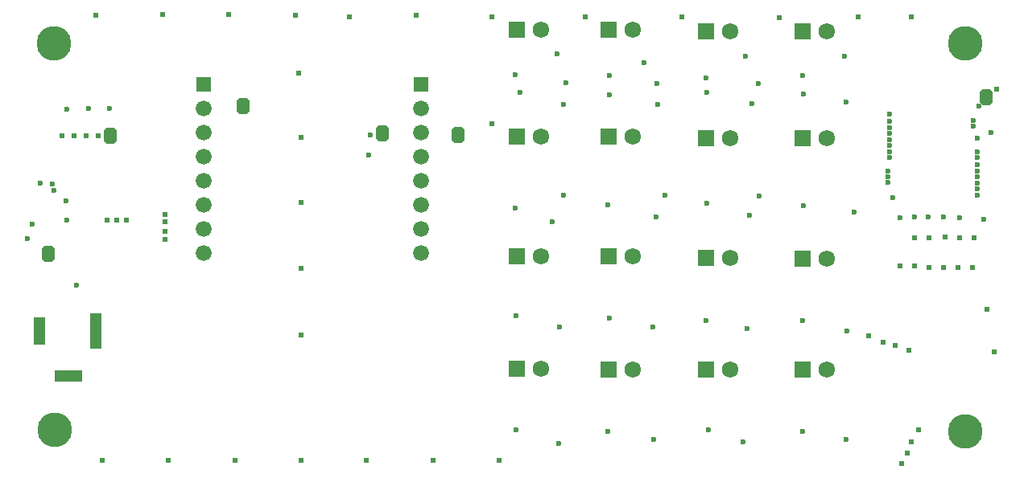
<source format=gbs>
G04*
G04 #@! TF.GenerationSoftware,Altium Limited,Altium Designer,21.5.1 (32)*
G04*
G04 Layer_Color=16711935*
%FSLAX25Y25*%
%MOIN*%
G70*
G04*
G04 #@! TF.SameCoordinates,804D03E9-ECC6-49F7-9CEA-4D12CAEBA4D3*
G04*
G04*
G04 #@! TF.FilePolarity,Negative*
G04*
G01*
G75*
%ADD61R,0.06400X0.06400*%
%ADD62C,0.06591*%
%ADD63C,0.06791*%
%ADD64R,0.06791X0.06791*%
%ADD65R,0.04528X0.15158*%
%ADD66R,0.04528X0.11221*%
%ADD67R,0.11221X0.04528*%
%ADD68C,0.14370*%
%ADD69C,0.02391*%
%ADD70C,0.02362*%
G04:AMPARAMS|DCode=86|XSize=55.91mil|YSize=65.91mil|CornerRadius=0mil|HoleSize=0mil|Usage=FLASHONLY|Rotation=180.000|XOffset=0mil|YOffset=0mil|HoleType=Round|Shape=Octagon|*
%AMOCTAGOND86*
4,1,8,0.01398,-0.03295,-0.01398,-0.03295,-0.02795,-0.01898,-0.02795,0.01898,-0.01398,0.03295,0.01398,0.03295,0.02795,0.01898,0.02795,-0.01898,0.01398,-0.03295,0.0*
%
%ADD86OCTAGOND86*%

D61*
X167500Y160500D02*
D03*
X77500D02*
D03*
D62*
X167500Y150500D02*
D03*
Y140500D02*
D03*
Y130500D02*
D03*
Y120500D02*
D03*
Y110500D02*
D03*
Y100500D02*
D03*
Y90500D02*
D03*
X77500Y150500D02*
D03*
Y140500D02*
D03*
Y130500D02*
D03*
Y120500D02*
D03*
Y110500D02*
D03*
Y100500D02*
D03*
Y90500D02*
D03*
D63*
X335677Y42000D02*
D03*
X217177Y183000D02*
D03*
X255177D02*
D03*
X295677Y182500D02*
D03*
X335677D02*
D03*
X217177Y138706D02*
D03*
X255177D02*
D03*
X295677Y138206D02*
D03*
X335677D02*
D03*
X217177Y89205D02*
D03*
X255177D02*
D03*
X295677Y88500D02*
D03*
X335677Y88000D02*
D03*
X217177Y42500D02*
D03*
X255177Y42000D02*
D03*
X295677D02*
D03*
D64*
X325677D02*
D03*
X207177Y183000D02*
D03*
X245177D02*
D03*
X285677Y182500D02*
D03*
X325677D02*
D03*
X207177Y138706D02*
D03*
X245177D02*
D03*
X285677Y138206D02*
D03*
X325677D02*
D03*
X207177Y89205D02*
D03*
X245177D02*
D03*
X285677Y88500D02*
D03*
X325677Y88000D02*
D03*
X207177Y42500D02*
D03*
X245177Y42000D02*
D03*
X285677D02*
D03*
D65*
X32728Y58000D02*
D03*
D66*
X9500D02*
D03*
D67*
X21705Y39496D02*
D03*
D68*
X393000Y16500D02*
D03*
X16000Y17000D02*
D03*
X15500Y177500D02*
D03*
X393000D02*
D03*
D69*
X117000Y165000D02*
D03*
X118000Y56500D02*
D03*
Y84000D02*
D03*
Y111500D02*
D03*
Y138500D02*
D03*
X405000Y49500D02*
D03*
X402000Y67000D02*
D03*
X406000Y158500D02*
D03*
X370500Y188500D02*
D03*
X348500D02*
D03*
X138000D02*
D03*
X165500Y189000D02*
D03*
X33000D02*
D03*
X60500Y189500D02*
D03*
X88000D02*
D03*
X115500Y189000D02*
D03*
X145000Y4500D02*
D03*
X172500D02*
D03*
X200000D02*
D03*
X118000D02*
D03*
X90500D02*
D03*
X63000D02*
D03*
X35500D02*
D03*
X13272Y90000D02*
D03*
X396000Y84500D02*
D03*
X390000D02*
D03*
X384000D02*
D03*
X378000D02*
D03*
X372000Y85000D02*
D03*
X366000D02*
D03*
X41500Y104000D02*
D03*
X37500D02*
D03*
X45500D02*
D03*
X373528Y17000D02*
D03*
X316000Y188000D02*
D03*
X275500Y188500D02*
D03*
X235500D02*
D03*
X197000D02*
D03*
Y144000D02*
D03*
X61500Y96000D02*
D03*
Y99500D02*
D03*
Y103500D02*
D03*
Y106500D02*
D03*
X39000Y139000D02*
D03*
X34000D02*
D03*
X29000D02*
D03*
X24000D02*
D03*
X19000D02*
D03*
X366500Y3000D02*
D03*
X369000Y7500D02*
D03*
X370500Y12000D02*
D03*
X369500Y50000D02*
D03*
X364000Y52000D02*
D03*
X359000Y53500D02*
D03*
X353000Y56000D02*
D03*
X390531Y96874D02*
D03*
X372031Y96772D02*
D03*
X378031Y96722D02*
D03*
X384531Y96923D02*
D03*
X396531Y96825D02*
D03*
D70*
X225000Y59614D02*
D03*
X263500D02*
D03*
X398500Y151500D02*
D03*
X301000Y12000D02*
D03*
X264000Y13000D02*
D03*
X224500Y11500D02*
D03*
X343500Y13000D02*
D03*
X344000Y58000D02*
D03*
X302500Y59000D02*
D03*
X222000Y103500D02*
D03*
X265000Y105500D02*
D03*
X303500Y106114D02*
D03*
X347000Y107500D02*
D03*
X226500Y114386D02*
D03*
X268500D02*
D03*
X307500Y114000D02*
D03*
X265500Y152114D02*
D03*
X226500Y152000D02*
D03*
X265224Y160886D02*
D03*
X286000Y157000D02*
D03*
X304500Y152500D02*
D03*
X307276Y160886D02*
D03*
X245000Y16500D02*
D03*
X286500Y17000D02*
D03*
X325500Y16500D02*
D03*
X207000Y17000D02*
D03*
Y64500D02*
D03*
X245500Y63500D02*
D03*
X285500Y62500D02*
D03*
X325500D02*
D03*
X326000Y110000D02*
D03*
X286000Y111000D02*
D03*
X361000Y119728D02*
D03*
Y122000D02*
D03*
Y124500D02*
D03*
X245000Y110500D02*
D03*
X206500Y109000D02*
D03*
X38500Y150500D02*
D03*
X30000D02*
D03*
X21000Y150000D02*
D03*
X10000Y119500D02*
D03*
X15000Y119000D02*
D03*
X15500Y116500D02*
D03*
X20500Y112000D02*
D03*
X21000Y104000D02*
D03*
X4500Y96500D02*
D03*
X6500Y102500D02*
D03*
X25000Y77000D02*
D03*
X93000Y151000D02*
D03*
X146000Y131000D02*
D03*
X146500Y139500D02*
D03*
X285500Y163000D02*
D03*
X302000Y172000D02*
D03*
X260000Y169500D02*
D03*
X245500Y164000D02*
D03*
Y156000D02*
D03*
X224000Y173000D02*
D03*
X206500Y164500D02*
D03*
X208500Y157000D02*
D03*
X343000Y172000D02*
D03*
X343500Y153000D02*
D03*
X325500Y164000D02*
D03*
X326000Y156500D02*
D03*
X400500Y104500D02*
D03*
X390500Y105000D02*
D03*
X384000Y105500D02*
D03*
X377500D02*
D03*
X372000D02*
D03*
X366000Y105000D02*
D03*
X396114Y145272D02*
D03*
Y143000D02*
D03*
X403500Y140500D02*
D03*
X398000Y138000D02*
D03*
Y132500D02*
D03*
Y130000D02*
D03*
Y127000D02*
D03*
Y124500D02*
D03*
Y122000D02*
D03*
Y119272D02*
D03*
Y117000D02*
D03*
Y114500D02*
D03*
X227500Y161000D02*
D03*
X363000Y113500D02*
D03*
X361500Y130000D02*
D03*
Y132500D02*
D03*
Y135000D02*
D03*
Y137500D02*
D03*
Y140000D02*
D03*
Y142500D02*
D03*
Y145000D02*
D03*
Y148000D02*
D03*
D86*
X401500Y155000D02*
D03*
X39000Y139000D02*
D03*
X94000Y151500D02*
D03*
X183000Y139500D02*
D03*
X151500Y140000D02*
D03*
X13272Y90000D02*
D03*
M02*

</source>
